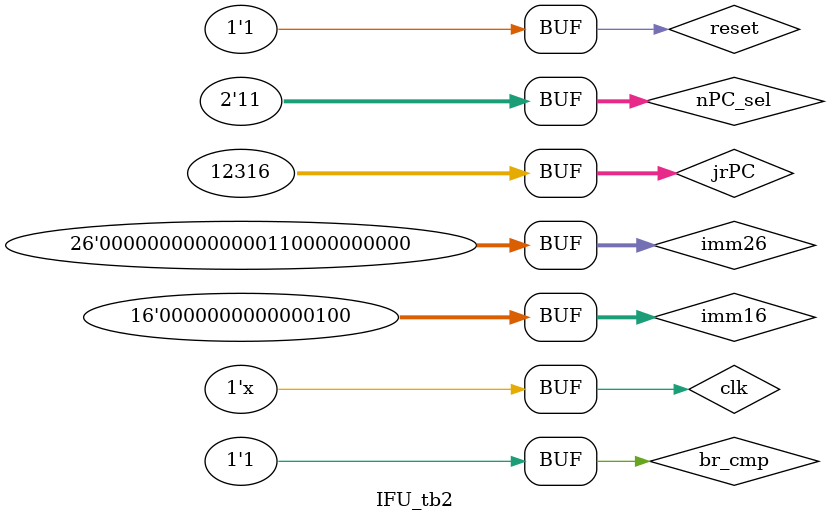
<source format=v>
`timescale 1ns / 1ps


module IFU_tb2;

	// Inputs
	reg [1:0] nPC_sel;
	reg br_cmp;
	reg [15:0] imm16;
	reg [25:0] imm26;
	reg [31:0] jrPC;
	reg clk;
	reg reset;

	// Outputs
	wire [31:0] instr;
	wire [31:0] PC;

	// Instantiate the Unit Under Test (UUT)
	IFU uut (
		.nPC_sel(nPC_sel), 
		.br_cmp(br_cmp), 
		.imm16(imm16), 
		.imm26(imm26), 
		.jrPC(jrPC), 
		.clk(clk), 
		.reset(reset), 
		.instr(instr), 
		.PC(PC)
	);

	initial begin
		// Initialize Inputs
		nPC_sel = 0;
		br_cmp = 0;
		imm16 = 0;
		imm26 = 0;
		jrPC = 0;
		clk = 0;
		reset = 0;

		// Wait 100 ns for global reset to finish
		#30
		imm16=16'h0004;
		nPC_sel=2'b01;
		#10
		br_cmp=1;
		#10
		imm26=26'b0000000000110000000000;
		nPC_sel=2'b10;
	
		#10
		jrPC=32'h0000301c;
		nPC_sel=2'b11;
		#10
		reset=1;
		#10;

	end
   
	always #5 clk=~clk;
endmodule


</source>
